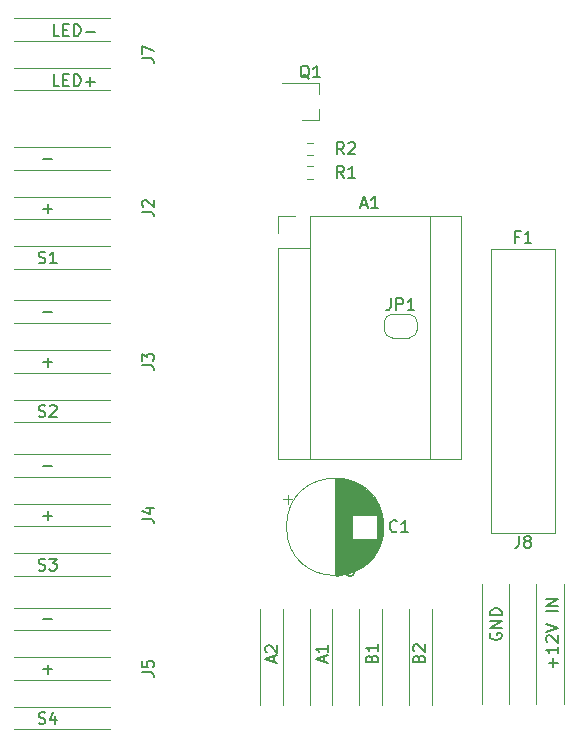
<source format=gbr>
%TF.GenerationSoftware,KiCad,Pcbnew,(6.0.7)*%
%TF.CreationDate,2022-09-20T18:51:32+02:00*%
%TF.ProjectId,postcardscanner,706f7374-6361-4726-9473-63616e6e6572,rev?*%
%TF.SameCoordinates,PX4d3f640PY2cd29c0*%
%TF.FileFunction,Legend,Top*%
%TF.FilePolarity,Positive*%
%FSLAX46Y46*%
G04 Gerber Fmt 4.6, Leading zero omitted, Abs format (unit mm)*
G04 Created by KiCad (PCBNEW (6.0.7)) date 2022-09-20 18:51:32*
%MOMM*%
%LPD*%
G01*
G04 APERTURE LIST*
%ADD10C,0.150000*%
%ADD11C,0.120000*%
G04 APERTURE END LIST*
D10*
X4988095Y-61654761D02*
X5130952Y-61702380D01*
X5369047Y-61702380D01*
X5464285Y-61654761D01*
X5511904Y-61607142D01*
X5559523Y-61511904D01*
X5559523Y-61416666D01*
X5511904Y-61321428D01*
X5464285Y-61273809D01*
X5369047Y-61226190D01*
X5178571Y-61178571D01*
X5083333Y-61130952D01*
X5035714Y-61083333D01*
X4988095Y-60988095D01*
X4988095Y-60892857D01*
X5035714Y-60797619D01*
X5083333Y-60750000D01*
X5178571Y-60702380D01*
X5416666Y-60702380D01*
X5559523Y-60750000D01*
X6416666Y-61035714D02*
X6416666Y-61702380D01*
X6178571Y-60654761D02*
X5940476Y-61369047D01*
X6559523Y-61369047D01*
X5369047Y-52821428D02*
X6130952Y-52821428D01*
X5369047Y-57071428D02*
X6130952Y-57071428D01*
X5750000Y-57452380D02*
X5750000Y-56690476D01*
X5369047Y-44071428D02*
X6130952Y-44071428D01*
X5750000Y-44452380D02*
X5750000Y-43690476D01*
X5369047Y-39821428D02*
X6130952Y-39821428D01*
X4988095Y-48654761D02*
X5130952Y-48702380D01*
X5369047Y-48702380D01*
X5464285Y-48654761D01*
X5511904Y-48607142D01*
X5559523Y-48511904D01*
X5559523Y-48416666D01*
X5511904Y-48321428D01*
X5464285Y-48273809D01*
X5369047Y-48226190D01*
X5178571Y-48178571D01*
X5083333Y-48130952D01*
X5035714Y-48083333D01*
X4988095Y-47988095D01*
X4988095Y-47892857D01*
X5035714Y-47797619D01*
X5083333Y-47750000D01*
X5178571Y-47702380D01*
X5416666Y-47702380D01*
X5559523Y-47750000D01*
X5892857Y-47702380D02*
X6511904Y-47702380D01*
X6178571Y-48083333D01*
X6321428Y-48083333D01*
X6416666Y-48130952D01*
X6464285Y-48178571D01*
X6511904Y-48273809D01*
X6511904Y-48511904D01*
X6464285Y-48607142D01*
X6416666Y-48654761D01*
X6321428Y-48702380D01*
X6035714Y-48702380D01*
X5940476Y-48654761D01*
X5892857Y-48607142D01*
X5369047Y-31071428D02*
X6130952Y-31071428D01*
X5750000Y-31452380D02*
X5750000Y-30690476D01*
X5369047Y-26821428D02*
X6130952Y-26821428D01*
X4988095Y-35654761D02*
X5130952Y-35702380D01*
X5369047Y-35702380D01*
X5464285Y-35654761D01*
X5511904Y-35607142D01*
X5559523Y-35511904D01*
X5559523Y-35416666D01*
X5511904Y-35321428D01*
X5464285Y-35273809D01*
X5369047Y-35226190D01*
X5178571Y-35178571D01*
X5083333Y-35130952D01*
X5035714Y-35083333D01*
X4988095Y-34988095D01*
X4988095Y-34892857D01*
X5035714Y-34797619D01*
X5083333Y-34750000D01*
X5178571Y-34702380D01*
X5416666Y-34702380D01*
X5559523Y-34750000D01*
X5940476Y-34797619D02*
X5988095Y-34750000D01*
X6083333Y-34702380D01*
X6321428Y-34702380D01*
X6416666Y-34750000D01*
X6464285Y-34797619D01*
X6511904Y-34892857D01*
X6511904Y-34988095D01*
X6464285Y-35130952D01*
X5892857Y-35702380D01*
X6511904Y-35702380D01*
X4988095Y-22654761D02*
X5130952Y-22702380D01*
X5369047Y-22702380D01*
X5464285Y-22654761D01*
X5511904Y-22607142D01*
X5559523Y-22511904D01*
X5559523Y-22416666D01*
X5511904Y-22321428D01*
X5464285Y-22273809D01*
X5369047Y-22226190D01*
X5178571Y-22178571D01*
X5083333Y-22130952D01*
X5035714Y-22083333D01*
X4988095Y-21988095D01*
X4988095Y-21892857D01*
X5035714Y-21797619D01*
X5083333Y-21750000D01*
X5178571Y-21702380D01*
X5416666Y-21702380D01*
X5559523Y-21750000D01*
X6511904Y-22702380D02*
X5940476Y-22702380D01*
X6226190Y-22702380D02*
X6226190Y-21702380D01*
X6130952Y-21845238D01*
X6035714Y-21940476D01*
X5940476Y-21988095D01*
X5369047Y-18071428D02*
X6130952Y-18071428D01*
X5750000Y-18452380D02*
X5750000Y-17690476D01*
X5369047Y-13821428D02*
X6130952Y-13821428D01*
X6738095Y-3452380D02*
X6261904Y-3452380D01*
X6261904Y-2452380D01*
X7071428Y-2928571D02*
X7404761Y-2928571D01*
X7547619Y-3452380D02*
X7071428Y-3452380D01*
X7071428Y-2452380D01*
X7547619Y-2452380D01*
X7976190Y-3452380D02*
X7976190Y-2452380D01*
X8214285Y-2452380D01*
X8357142Y-2500000D01*
X8452380Y-2595238D01*
X8500000Y-2690476D01*
X8547619Y-2880952D01*
X8547619Y-3023809D01*
X8500000Y-3214285D01*
X8452380Y-3309523D01*
X8357142Y-3404761D01*
X8214285Y-3452380D01*
X7976190Y-3452380D01*
X8976190Y-3071428D02*
X9738095Y-3071428D01*
X6738095Y-7702380D02*
X6261904Y-7702380D01*
X6261904Y-6702380D01*
X7071428Y-7178571D02*
X7404761Y-7178571D01*
X7547619Y-7702380D02*
X7071428Y-7702380D01*
X7071428Y-6702380D01*
X7547619Y-6702380D01*
X7976190Y-7702380D02*
X7976190Y-6702380D01*
X8214285Y-6702380D01*
X8357142Y-6750000D01*
X8452380Y-6845238D01*
X8500000Y-6940476D01*
X8547619Y-7130952D01*
X8547619Y-7273809D01*
X8500000Y-7464285D01*
X8452380Y-7559523D01*
X8357142Y-7654761D01*
X8214285Y-7702380D01*
X7976190Y-7702380D01*
X8976190Y-7321428D02*
X9738095Y-7321428D01*
X9357142Y-7702380D02*
X9357142Y-6940476D01*
X48571428Y-56904761D02*
X48571428Y-56142857D01*
X48952380Y-56523809D02*
X48190476Y-56523809D01*
X48952380Y-55142857D02*
X48952380Y-55714285D01*
X48952380Y-55428571D02*
X47952380Y-55428571D01*
X48095238Y-55523809D01*
X48190476Y-55619047D01*
X48238095Y-55714285D01*
X48047619Y-54761904D02*
X48000000Y-54714285D01*
X47952380Y-54619047D01*
X47952380Y-54380952D01*
X48000000Y-54285714D01*
X48047619Y-54238095D01*
X48142857Y-54190476D01*
X48238095Y-54190476D01*
X48380952Y-54238095D01*
X48952380Y-54809523D01*
X48952380Y-54190476D01*
X47952380Y-53904761D02*
X48952380Y-53571428D01*
X47952380Y-53238095D01*
X48952380Y-52142857D02*
X47952380Y-52142857D01*
X48952380Y-51666666D02*
X47952380Y-51666666D01*
X48952380Y-51095238D01*
X47952380Y-51095238D01*
X43250000Y-54011904D02*
X43202380Y-54107142D01*
X43202380Y-54250000D01*
X43250000Y-54392857D01*
X43345238Y-54488095D01*
X43440476Y-54535714D01*
X43630952Y-54583333D01*
X43773809Y-54583333D01*
X43964285Y-54535714D01*
X44059523Y-54488095D01*
X44154761Y-54392857D01*
X44202380Y-54250000D01*
X44202380Y-54154761D01*
X44154761Y-54011904D01*
X44107142Y-53964285D01*
X43773809Y-53964285D01*
X43773809Y-54154761D01*
X44202380Y-53535714D02*
X43202380Y-53535714D01*
X44202380Y-52964285D01*
X43202380Y-52964285D01*
X44202380Y-52488095D02*
X43202380Y-52488095D01*
X43202380Y-52250000D01*
X43250000Y-52107142D01*
X43345238Y-52011904D01*
X43440476Y-51964285D01*
X43630952Y-51916666D01*
X43773809Y-51916666D01*
X43964285Y-51964285D01*
X44059523Y-52011904D01*
X44154761Y-52107142D01*
X44202380Y-52250000D01*
X44202380Y-52488095D01*
X37178571Y-56154761D02*
X37226190Y-56011904D01*
X37273809Y-55964285D01*
X37369047Y-55916666D01*
X37511904Y-55916666D01*
X37607142Y-55964285D01*
X37654761Y-56011904D01*
X37702380Y-56107142D01*
X37702380Y-56488095D01*
X36702380Y-56488095D01*
X36702380Y-56154761D01*
X36750000Y-56059523D01*
X36797619Y-56011904D01*
X36892857Y-55964285D01*
X36988095Y-55964285D01*
X37083333Y-56011904D01*
X37130952Y-56059523D01*
X37178571Y-56154761D01*
X37178571Y-56488095D01*
X36797619Y-55535714D02*
X36750000Y-55488095D01*
X36702380Y-55392857D01*
X36702380Y-55154761D01*
X36750000Y-55059523D01*
X36797619Y-55011904D01*
X36892857Y-54964285D01*
X36988095Y-54964285D01*
X37130952Y-55011904D01*
X37702380Y-55583333D01*
X37702380Y-54964285D01*
X33178571Y-56154761D02*
X33226190Y-56011904D01*
X33273809Y-55964285D01*
X33369047Y-55916666D01*
X33511904Y-55916666D01*
X33607142Y-55964285D01*
X33654761Y-56011904D01*
X33702380Y-56107142D01*
X33702380Y-56488095D01*
X32702380Y-56488095D01*
X32702380Y-56154761D01*
X32750000Y-56059523D01*
X32797619Y-56011904D01*
X32892857Y-55964285D01*
X32988095Y-55964285D01*
X33083333Y-56011904D01*
X33130952Y-56059523D01*
X33178571Y-56154761D01*
X33178571Y-56488095D01*
X33702380Y-54964285D02*
X33702380Y-55535714D01*
X33702380Y-55250000D02*
X32702380Y-55250000D01*
X32845238Y-55345238D01*
X32940476Y-55440476D01*
X32988095Y-55535714D01*
X29166666Y-56464285D02*
X29166666Y-55988095D01*
X29452380Y-56559523D02*
X28452380Y-56226190D01*
X29452380Y-55892857D01*
X29452380Y-55035714D02*
X29452380Y-55607142D01*
X29452380Y-55321428D02*
X28452380Y-55321428D01*
X28595238Y-55416666D01*
X28690476Y-55511904D01*
X28738095Y-55607142D01*
X24916666Y-56464285D02*
X24916666Y-55988095D01*
X25202380Y-56559523D02*
X24202380Y-56226190D01*
X25202380Y-55892857D01*
X24297619Y-55607142D02*
X24250000Y-55559523D01*
X24202380Y-55464285D01*
X24202380Y-55226190D01*
X24250000Y-55130952D01*
X24297619Y-55083333D01*
X24392857Y-55035714D01*
X24488095Y-55035714D01*
X24630952Y-55083333D01*
X25202380Y-55654761D01*
X25202380Y-55035714D01*
%TO.C,R2*%
X30833333Y-13452380D02*
X30500000Y-12976190D01*
X30261904Y-13452380D02*
X30261904Y-12452380D01*
X30642857Y-12452380D01*
X30738095Y-12500000D01*
X30785714Y-12547619D01*
X30833333Y-12642857D01*
X30833333Y-12785714D01*
X30785714Y-12880952D01*
X30738095Y-12928571D01*
X30642857Y-12976190D01*
X30261904Y-12976190D01*
X31214285Y-12547619D02*
X31261904Y-12500000D01*
X31357142Y-12452380D01*
X31595238Y-12452380D01*
X31690476Y-12500000D01*
X31738095Y-12547619D01*
X31785714Y-12642857D01*
X31785714Y-12738095D01*
X31738095Y-12880952D01*
X31166666Y-13452380D01*
X31785714Y-13452380D01*
%TO.C,J3*%
X13762380Y-31333333D02*
X14476666Y-31333333D01*
X14619523Y-31380952D01*
X14714761Y-31476190D01*
X14762380Y-31619047D01*
X14762380Y-31714285D01*
X13762380Y-30952380D02*
X13762380Y-30333333D01*
X14143333Y-30666666D01*
X14143333Y-30523809D01*
X14190952Y-30428571D01*
X14238571Y-30380952D01*
X14333809Y-30333333D01*
X14571904Y-30333333D01*
X14667142Y-30380952D01*
X14714761Y-30428571D01*
X14762380Y-30523809D01*
X14762380Y-30809523D01*
X14714761Y-30904761D01*
X14667142Y-30952380D01*
%TO.C,JP1*%
X34816666Y-25652380D02*
X34816666Y-26366666D01*
X34769047Y-26509523D01*
X34673809Y-26604761D01*
X34530952Y-26652380D01*
X34435714Y-26652380D01*
X35292857Y-26652380D02*
X35292857Y-25652380D01*
X35673809Y-25652380D01*
X35769047Y-25700000D01*
X35816666Y-25747619D01*
X35864285Y-25842857D01*
X35864285Y-25985714D01*
X35816666Y-26080952D01*
X35769047Y-26128571D01*
X35673809Y-26176190D01*
X35292857Y-26176190D01*
X36816666Y-26652380D02*
X36245238Y-26652380D01*
X36530952Y-26652380D02*
X36530952Y-25652380D01*
X36435714Y-25795238D01*
X36340476Y-25890476D01*
X36245238Y-25938095D01*
%TO.C,J7*%
X13762380Y-5333333D02*
X14476666Y-5333333D01*
X14619523Y-5380952D01*
X14714761Y-5476190D01*
X14762380Y-5619047D01*
X14762380Y-5714285D01*
X13762380Y-4952380D02*
X13762380Y-4285714D01*
X14762380Y-4714285D01*
%TO.C,J4*%
X13762380Y-44333333D02*
X14476666Y-44333333D01*
X14619523Y-44380952D01*
X14714761Y-44476190D01*
X14762380Y-44619047D01*
X14762380Y-44714285D01*
X14095714Y-43428571D02*
X14762380Y-43428571D01*
X13714761Y-43666666D02*
X14429047Y-43904761D01*
X14429047Y-43285714D01*
%TO.C,J6*%
X30666666Y-48142380D02*
X30666666Y-48856666D01*
X30619047Y-48999523D01*
X30523809Y-49094761D01*
X30380952Y-49142380D01*
X30285714Y-49142380D01*
X31571428Y-48142380D02*
X31380952Y-48142380D01*
X31285714Y-48190000D01*
X31238095Y-48237619D01*
X31142857Y-48380476D01*
X31095238Y-48570952D01*
X31095238Y-48951904D01*
X31142857Y-49047142D01*
X31190476Y-49094761D01*
X31285714Y-49142380D01*
X31476190Y-49142380D01*
X31571428Y-49094761D01*
X31619047Y-49047142D01*
X31666666Y-48951904D01*
X31666666Y-48713809D01*
X31619047Y-48618571D01*
X31571428Y-48570952D01*
X31476190Y-48523333D01*
X31285714Y-48523333D01*
X31190476Y-48570952D01*
X31142857Y-48618571D01*
X31095238Y-48713809D01*
%TO.C,J5*%
X13762380Y-57333333D02*
X14476666Y-57333333D01*
X14619523Y-57380952D01*
X14714761Y-57476190D01*
X14762380Y-57619047D01*
X14762380Y-57714285D01*
X13762380Y-56380952D02*
X13762380Y-56857142D01*
X14238571Y-56904761D01*
X14190952Y-56857142D01*
X14143333Y-56761904D01*
X14143333Y-56523809D01*
X14190952Y-56428571D01*
X14238571Y-56380952D01*
X14333809Y-56333333D01*
X14571904Y-56333333D01*
X14667142Y-56380952D01*
X14714761Y-56428571D01*
X14762380Y-56523809D01*
X14762380Y-56761904D01*
X14714761Y-56857142D01*
X14667142Y-56904761D01*
%TO.C,C1*%
X35333333Y-45357142D02*
X35285714Y-45404761D01*
X35142857Y-45452380D01*
X35047619Y-45452380D01*
X34904761Y-45404761D01*
X34809523Y-45309523D01*
X34761904Y-45214285D01*
X34714285Y-45023809D01*
X34714285Y-44880952D01*
X34761904Y-44690476D01*
X34809523Y-44595238D01*
X34904761Y-44500000D01*
X35047619Y-44452380D01*
X35142857Y-44452380D01*
X35285714Y-44500000D01*
X35333333Y-44547619D01*
X36285714Y-45452380D02*
X35714285Y-45452380D01*
X36000000Y-45452380D02*
X36000000Y-44452380D01*
X35904761Y-44595238D01*
X35809523Y-44690476D01*
X35714285Y-44738095D01*
%TO.C,Q1*%
X27904761Y-7047619D02*
X27809523Y-7000000D01*
X27714285Y-6904761D01*
X27571428Y-6761904D01*
X27476190Y-6714285D01*
X27380952Y-6714285D01*
X27428571Y-6952380D02*
X27333333Y-6904761D01*
X27238095Y-6809523D01*
X27190476Y-6619047D01*
X27190476Y-6285714D01*
X27238095Y-6095238D01*
X27333333Y-6000000D01*
X27428571Y-5952380D01*
X27619047Y-5952380D01*
X27714285Y-6000000D01*
X27809523Y-6095238D01*
X27857142Y-6285714D01*
X27857142Y-6619047D01*
X27809523Y-6809523D01*
X27714285Y-6904761D01*
X27619047Y-6952380D01*
X27428571Y-6952380D01*
X28809523Y-6952380D02*
X28238095Y-6952380D01*
X28523809Y-6952380D02*
X28523809Y-5952380D01*
X28428571Y-6095238D01*
X28333333Y-6190476D01*
X28238095Y-6238095D01*
%TO.C,J2*%
X13762380Y-18333333D02*
X14476666Y-18333333D01*
X14619523Y-18380952D01*
X14714761Y-18476190D01*
X14762380Y-18619047D01*
X14762380Y-18714285D01*
X13857619Y-17904761D02*
X13810000Y-17857142D01*
X13762380Y-17761904D01*
X13762380Y-17523809D01*
X13810000Y-17428571D01*
X13857619Y-17380952D01*
X13952857Y-17333333D01*
X14048095Y-17333333D01*
X14190952Y-17380952D01*
X14762380Y-17952380D01*
X14762380Y-17333333D01*
%TO.C,R1*%
X30833333Y-15452380D02*
X30500000Y-14976190D01*
X30261904Y-15452380D02*
X30261904Y-14452380D01*
X30642857Y-14452380D01*
X30738095Y-14500000D01*
X30785714Y-14547619D01*
X30833333Y-14642857D01*
X30833333Y-14785714D01*
X30785714Y-14880952D01*
X30738095Y-14928571D01*
X30642857Y-14976190D01*
X30261904Y-14976190D01*
X31785714Y-15452380D02*
X31214285Y-15452380D01*
X31500000Y-15452380D02*
X31500000Y-14452380D01*
X31404761Y-14595238D01*
X31309523Y-14690476D01*
X31214285Y-14738095D01*
%TO.C,J8*%
X45666666Y-45777380D02*
X45666666Y-46491666D01*
X45619047Y-46634523D01*
X45523809Y-46729761D01*
X45380952Y-46777380D01*
X45285714Y-46777380D01*
X46285714Y-46205952D02*
X46190476Y-46158333D01*
X46142857Y-46110714D01*
X46095238Y-46015476D01*
X46095238Y-45967857D01*
X46142857Y-45872619D01*
X46190476Y-45825000D01*
X46285714Y-45777380D01*
X46476190Y-45777380D01*
X46571428Y-45825000D01*
X46619047Y-45872619D01*
X46666666Y-45967857D01*
X46666666Y-46015476D01*
X46619047Y-46110714D01*
X46571428Y-46158333D01*
X46476190Y-46205952D01*
X46285714Y-46205952D01*
X46190476Y-46253571D01*
X46142857Y-46301190D01*
X46095238Y-46396428D01*
X46095238Y-46586904D01*
X46142857Y-46682142D01*
X46190476Y-46729761D01*
X46285714Y-46777380D01*
X46476190Y-46777380D01*
X46571428Y-46729761D01*
X46619047Y-46682142D01*
X46666666Y-46586904D01*
X46666666Y-46396428D01*
X46619047Y-46301190D01*
X46571428Y-46253571D01*
X46476190Y-46205952D01*
%TO.C,A1*%
X32295714Y-17736666D02*
X32771904Y-17736666D01*
X32200476Y-18022380D02*
X32533809Y-17022380D01*
X32867142Y-18022380D01*
X33724285Y-18022380D02*
X33152857Y-18022380D01*
X33438571Y-18022380D02*
X33438571Y-17022380D01*
X33343333Y-17165238D01*
X33248095Y-17260476D01*
X33152857Y-17308095D01*
%TO.C,F1*%
X45666666Y-20428571D02*
X45333333Y-20428571D01*
X45333333Y-20952380D02*
X45333333Y-19952380D01*
X45809523Y-19952380D01*
X46714285Y-20952380D02*
X46142857Y-20952380D01*
X46428571Y-20952380D02*
X46428571Y-19952380D01*
X46333333Y-20095238D01*
X46238095Y-20190476D01*
X46142857Y-20238095D01*
D11*
%TO.C,R2*%
X28254724Y-13522500D02*
X27745276Y-13522500D01*
X28254724Y-12477500D02*
X27745276Y-12477500D01*
%TO.C,J3*%
X11005000Y-34240000D02*
X2950000Y-34240000D01*
X11005000Y-27760000D02*
X2950000Y-27760000D01*
X11005000Y-25840000D02*
X2950000Y-25840000D01*
X11005000Y-36160000D02*
X2950000Y-36160000D01*
X11005000Y-30040000D02*
X2950000Y-30040000D01*
X11005000Y-31960000D02*
X2950000Y-31960000D01*
%TO.C,JP1*%
X36350000Y-29000000D02*
X34950000Y-29000000D01*
X34950000Y-27000000D02*
X36350000Y-27000000D01*
X37050000Y-27700000D02*
X37050000Y-28300000D01*
X34250000Y-28300000D02*
X34250000Y-27700000D01*
X37050000Y-27700000D02*
G75*
G03*
X36350000Y-27000000I-700000J0D01*
G01*
X34250000Y-28300000D02*
G75*
G03*
X34950000Y-29000000I699999J-1D01*
G01*
X34950000Y-27000000D02*
G75*
G03*
X34250000Y-27700000I-1J-699999D01*
G01*
X36350000Y-29000000D02*
G75*
G03*
X37050000Y-28300000I0J700000D01*
G01*
%TO.C,J7*%
X11005000Y-1940000D02*
X2950000Y-1940000D01*
X11005000Y-6140000D02*
X2950000Y-6140000D01*
X11005000Y-3860000D02*
X2950000Y-3860000D01*
X11005000Y-8060000D02*
X2950000Y-8060000D01*
%TO.C,J4*%
X11005000Y-44960000D02*
X2950000Y-44960000D01*
X11005000Y-38840000D02*
X2950000Y-38840000D01*
X11005000Y-43040000D02*
X2950000Y-43040000D01*
X11005000Y-40760000D02*
X2950000Y-40760000D01*
X11005000Y-49160000D02*
X2950000Y-49160000D01*
X11005000Y-47240000D02*
X2950000Y-47240000D01*
%TO.C,J6*%
X29860000Y-51995000D02*
X29860000Y-60050000D01*
X27940000Y-51995000D02*
X27940000Y-60050000D01*
X36340000Y-51995000D02*
X36340000Y-60050000D01*
X32140000Y-51995000D02*
X32140000Y-60050000D01*
X38260000Y-51995000D02*
X38260000Y-60050000D01*
X34060000Y-51995000D02*
X34060000Y-60050000D01*
X23740000Y-51995000D02*
X23740000Y-60050000D01*
X25660000Y-51995000D02*
X25660000Y-60050000D01*
%TO.C,J5*%
X11005000Y-53760000D02*
X2950000Y-53760000D01*
X11005000Y-62160000D02*
X2950000Y-62160000D01*
X11005000Y-60240000D02*
X2950000Y-60240000D01*
X11005000Y-51840000D02*
X2950000Y-51840000D01*
X11005000Y-57960000D02*
X2950000Y-57960000D01*
X11005000Y-56040000D02*
X2950000Y-56040000D01*
%TO.C,C1*%
X32258349Y-41531000D02*
X32258349Y-43960000D01*
X31578349Y-41195000D02*
X31578349Y-43960000D01*
X32818349Y-41945000D02*
X32818349Y-43960000D01*
X30978349Y-41015000D02*
X30978349Y-48985000D01*
X33458349Y-46040000D02*
X33458349Y-47345000D01*
X33138349Y-42259000D02*
X33138349Y-43960000D01*
X31818349Y-46040000D02*
X31818349Y-48704000D01*
X33338349Y-42495000D02*
X33338349Y-43960000D01*
X32858349Y-41981000D02*
X32858349Y-43960000D01*
X33658349Y-42966000D02*
X33658349Y-47034000D01*
X32258349Y-46040000D02*
X32258349Y-48469000D01*
X33538349Y-42772000D02*
X33538349Y-43960000D01*
X32498349Y-46040000D02*
X32498349Y-48309000D01*
X31698349Y-46040000D02*
X31698349Y-48757000D01*
X30737349Y-40970000D02*
X30737349Y-49030000D01*
X31498349Y-41165000D02*
X31498349Y-48835000D01*
X32098349Y-41438000D02*
X32098349Y-43960000D01*
X30657349Y-40958000D02*
X30657349Y-49042000D01*
X33498349Y-42713000D02*
X33498349Y-43960000D01*
X31418349Y-41137000D02*
X31418349Y-48863000D01*
X33618349Y-42898000D02*
X33618349Y-43960000D01*
X33378349Y-42546000D02*
X33378349Y-43960000D01*
X32058349Y-41416000D02*
X32058349Y-43960000D01*
X32898349Y-42017000D02*
X32898349Y-43960000D01*
X31018349Y-41024000D02*
X31018349Y-48976000D01*
X31458349Y-41150000D02*
X31458349Y-48850000D01*
X33738349Y-43110000D02*
X33738349Y-46890000D01*
X31618349Y-46040000D02*
X31618349Y-48790000D01*
X33298349Y-42444000D02*
X33298349Y-43960000D01*
X33258349Y-42396000D02*
X33258349Y-43960000D01*
X31098349Y-41043000D02*
X31098349Y-48957000D01*
X33338349Y-46040000D02*
X33338349Y-47505000D01*
X26087651Y-42285000D02*
X26087651Y-43085000D01*
X32298349Y-46040000D02*
X32298349Y-48444000D01*
X25687651Y-42685000D02*
X26487651Y-42685000D01*
X30777349Y-40976000D02*
X30777349Y-49024000D01*
X30938349Y-41006000D02*
X30938349Y-48994000D01*
X32578349Y-46040000D02*
X32578349Y-48250000D01*
X30617349Y-40952000D02*
X30617349Y-49048000D01*
X33378349Y-46040000D02*
X33378349Y-47454000D01*
X32978349Y-46040000D02*
X32978349Y-47907000D01*
X32338349Y-46040000D02*
X32338349Y-48418000D01*
X33418349Y-42600000D02*
X33418349Y-43960000D01*
X31378349Y-41123000D02*
X31378349Y-48877000D01*
X31778349Y-41278000D02*
X31778349Y-43960000D01*
X31698349Y-41243000D02*
X31698349Y-43960000D01*
X30337349Y-40926000D02*
X30337349Y-49074000D01*
X31938349Y-41353000D02*
X31938349Y-43960000D01*
X32138349Y-46040000D02*
X32138349Y-48540000D01*
X33218349Y-42349000D02*
X33218349Y-43960000D01*
X32978349Y-42093000D02*
X32978349Y-43960000D01*
X33778349Y-43187000D02*
X33778349Y-46813000D01*
X33618349Y-46040000D02*
X33618349Y-47102000D01*
X30377349Y-40929000D02*
X30377349Y-49071000D01*
X33018349Y-46040000D02*
X33018349Y-47867000D01*
X32298349Y-41556000D02*
X32298349Y-43960000D01*
X33218349Y-46040000D02*
X33218349Y-47651000D01*
X33058349Y-46040000D02*
X33058349Y-47826000D01*
X31138349Y-41053000D02*
X31138349Y-48947000D01*
X30217349Y-40921000D02*
X30217349Y-49079000D01*
X31218349Y-41075000D02*
X31218349Y-48925000D01*
X32178349Y-46040000D02*
X32178349Y-48517000D01*
X31898349Y-46040000D02*
X31898349Y-48666000D01*
X33578349Y-42834000D02*
X33578349Y-43960000D01*
X31058349Y-41033000D02*
X31058349Y-48967000D01*
X33938349Y-43547000D02*
X33938349Y-46453000D01*
X33098349Y-42216000D02*
X33098349Y-43960000D01*
X33498349Y-46040000D02*
X33498349Y-47287000D01*
X32418349Y-41635000D02*
X32418349Y-43960000D01*
X32938349Y-46040000D02*
X32938349Y-47945000D01*
X31258349Y-41086000D02*
X31258349Y-48914000D01*
X30417349Y-40932000D02*
X30417349Y-49068000D01*
X32098349Y-46040000D02*
X32098349Y-48562000D01*
X31738349Y-46040000D02*
X31738349Y-48740000D01*
X31658349Y-41226000D02*
X31658349Y-43960000D01*
X32658349Y-41811000D02*
X32658349Y-43960000D01*
X31978349Y-46040000D02*
X31978349Y-48627000D01*
X32698349Y-41844000D02*
X32698349Y-43960000D01*
X32378349Y-46040000D02*
X32378349Y-48392000D01*
X30137349Y-40920000D02*
X30137349Y-49080000D01*
X30697349Y-40963000D02*
X30697349Y-49037000D01*
X31178349Y-41064000D02*
X31178349Y-48936000D01*
X32218349Y-46040000D02*
X32218349Y-48493000D01*
X32338349Y-41582000D02*
X32338349Y-43960000D01*
X32178349Y-41483000D02*
X32178349Y-43960000D01*
X31858349Y-41314000D02*
X31858349Y-43960000D01*
X33698349Y-43036000D02*
X33698349Y-46964000D01*
X33098349Y-46040000D02*
X33098349Y-47784000D01*
X30577349Y-40948000D02*
X30577349Y-49052000D01*
X32778349Y-41910000D02*
X32778349Y-43960000D01*
X31658349Y-46040000D02*
X31658349Y-48774000D01*
X33898349Y-43448000D02*
X33898349Y-46552000D01*
X32538349Y-46040000D02*
X32538349Y-48280000D01*
X32018349Y-41394000D02*
X32018349Y-43960000D01*
X32658349Y-46040000D02*
X32658349Y-48189000D01*
X32738349Y-41876000D02*
X32738349Y-43960000D01*
X32818349Y-46040000D02*
X32818349Y-48055000D01*
X33018349Y-42133000D02*
X33018349Y-43960000D01*
X32618349Y-41780000D02*
X32618349Y-43960000D01*
X30257349Y-40923000D02*
X30257349Y-49077000D01*
X30497349Y-40939000D02*
X30497349Y-49061000D01*
X33058349Y-42174000D02*
X33058349Y-43960000D01*
X30097349Y-40920000D02*
X30097349Y-49080000D01*
X32618349Y-46040000D02*
X32618349Y-48220000D01*
X30457349Y-40935000D02*
X30457349Y-49065000D01*
X33178349Y-42303000D02*
X33178349Y-43960000D01*
X34138349Y-44232000D02*
X34138349Y-45768000D01*
X31618349Y-41210000D02*
X31618349Y-43960000D01*
X30858349Y-40990000D02*
X30858349Y-49010000D01*
X34098349Y-44052000D02*
X34098349Y-45948000D01*
X33258349Y-46040000D02*
X33258349Y-47604000D01*
X32698349Y-46040000D02*
X32698349Y-48156000D01*
X33298349Y-46040000D02*
X33298349Y-47556000D01*
X31858349Y-46040000D02*
X31858349Y-48686000D01*
X32418349Y-46040000D02*
X32418349Y-48365000D01*
X32378349Y-41608000D02*
X32378349Y-43960000D01*
X30537349Y-40943000D02*
X30537349Y-49057000D01*
X32538349Y-41720000D02*
X32538349Y-43960000D01*
X31938349Y-46040000D02*
X31938349Y-48647000D01*
X32498349Y-41691000D02*
X32498349Y-43960000D01*
X31898349Y-41334000D02*
X31898349Y-43960000D01*
X32898349Y-46040000D02*
X32898349Y-47983000D01*
X31738349Y-41260000D02*
X31738349Y-43960000D01*
X30818349Y-40983000D02*
X30818349Y-49017000D01*
X32138349Y-41460000D02*
X32138349Y-43960000D01*
X32018349Y-46040000D02*
X32018349Y-48606000D01*
X31578349Y-46040000D02*
X31578349Y-48805000D01*
X34058349Y-43902000D02*
X34058349Y-46098000D01*
X32458349Y-46040000D02*
X32458349Y-48338000D01*
X31538349Y-41179000D02*
X31538349Y-48821000D01*
X30177349Y-40920000D02*
X30177349Y-49080000D01*
X33818349Y-43269000D02*
X33818349Y-46731000D01*
X32858349Y-46040000D02*
X32858349Y-48019000D01*
X31338349Y-41111000D02*
X31338349Y-48889000D01*
X33138349Y-46040000D02*
X33138349Y-47741000D01*
X31298349Y-41098000D02*
X31298349Y-48902000D01*
X33858349Y-43355000D02*
X33858349Y-46645000D01*
X32778349Y-46040000D02*
X32778349Y-48090000D01*
X33578349Y-46040000D02*
X33578349Y-47166000D01*
X34018349Y-43771000D02*
X34018349Y-46229000D01*
X32218349Y-41507000D02*
X32218349Y-43960000D01*
X31818349Y-41296000D02*
X31818349Y-43960000D01*
X31778349Y-46040000D02*
X31778349Y-48722000D01*
X32578349Y-41750000D02*
X32578349Y-43960000D01*
X31978349Y-41373000D02*
X31978349Y-43960000D01*
X33418349Y-46040000D02*
X33418349Y-47400000D01*
X33978349Y-43654000D02*
X33978349Y-46346000D01*
X33178349Y-46040000D02*
X33178349Y-47697000D01*
X30898349Y-40998000D02*
X30898349Y-49002000D01*
X33458349Y-42655000D02*
X33458349Y-43960000D01*
X32938349Y-42055000D02*
X32938349Y-43960000D01*
X30297349Y-40924000D02*
X30297349Y-49076000D01*
X32458349Y-41662000D02*
X32458349Y-43960000D01*
X32738349Y-46040000D02*
X32738349Y-48124000D01*
X34178349Y-44467000D02*
X34178349Y-45533000D01*
X33538349Y-46040000D02*
X33538349Y-47228000D01*
X32058349Y-46040000D02*
X32058349Y-48584000D01*
X34217349Y-45000000D02*
G75*
G03*
X34217349Y-45000000I-4120000J0D01*
G01*
%TO.C,Q1*%
X28760000Y-7420000D02*
X28760000Y-8350000D01*
X28760000Y-10580000D02*
X27300000Y-10580000D01*
X28760000Y-10580000D02*
X28760000Y-9650000D01*
X28760000Y-7420000D02*
X25600000Y-7420000D01*
%TO.C,J2*%
X11005000Y-23160000D02*
X2950000Y-23160000D01*
X11005000Y-12840000D02*
X2950000Y-12840000D01*
X11005000Y-18960000D02*
X2950000Y-18960000D01*
X11005000Y-21240000D02*
X2950000Y-21240000D01*
X11005000Y-17040000D02*
X2950000Y-17040000D01*
X11005000Y-14760000D02*
X2950000Y-14760000D01*
%TO.C,R1*%
X27745276Y-15522500D02*
X28254724Y-15522500D01*
X27745276Y-14477500D02*
X28254724Y-14477500D01*
%TO.C,J8*%
X47140000Y-49885000D02*
X47140000Y-60015000D01*
X44860000Y-49885000D02*
X44860000Y-60015000D01*
X49460000Y-49885000D02*
X49460000Y-60015000D01*
X42540000Y-49885000D02*
X42540000Y-60015000D01*
%TO.C,A1*%
X27930000Y-18710000D02*
X27930000Y-21380000D01*
X38090000Y-18710000D02*
X38090000Y-39290000D01*
X25260000Y-39290000D02*
X40760000Y-39290000D01*
X25260000Y-21380000D02*
X25260000Y-39290000D01*
X27930000Y-21380000D02*
X25260000Y-21380000D01*
X27930000Y-21380000D02*
X27930000Y-39290000D01*
X25260000Y-18710000D02*
X25260000Y-20110000D01*
X40760000Y-39290000D02*
X40760000Y-18710000D01*
X40760000Y-18710000D02*
X27930000Y-18710000D01*
X26660000Y-18710000D02*
X25260000Y-18710000D01*
%TO.C,F1*%
X48700000Y-45500000D02*
X43300000Y-45500000D01*
X48700000Y-21500000D02*
X48700000Y-45500000D01*
X43300000Y-21500000D02*
X48700000Y-21500000D01*
X43300000Y-45500000D02*
X43300000Y-21500000D01*
%TD*%
M02*

</source>
